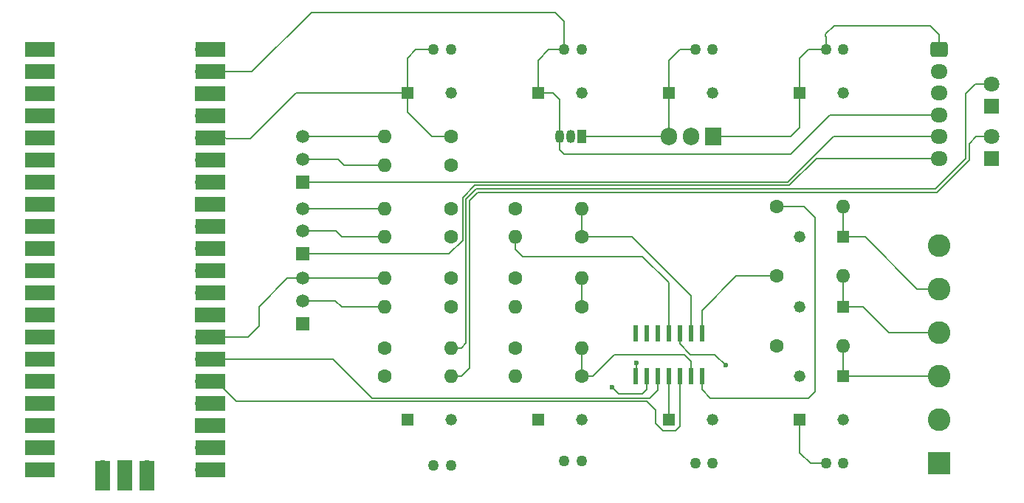
<source format=gtl>
%TF.GenerationSoftware,KiCad,Pcbnew,8.0.2*%
%TF.CreationDate,2024-07-03T09:30:11-06:00*%
%TF.ProjectId,MotorInterfacePiPico,4d6f746f-7249-46e7-9465-726661636550,rev?*%
%TF.SameCoordinates,Original*%
%TF.FileFunction,Copper,L1,Top*%
%TF.FilePolarity,Positive*%
%FSLAX46Y46*%
G04 Gerber Fmt 4.6, Leading zero omitted, Abs format (unit mm)*
G04 Created by KiCad (PCBNEW 8.0.2) date 2024-07-03 09:30:11*
%MOMM*%
%LPD*%
G01*
G04 APERTURE LIST*
G04 Aperture macros list*
%AMRoundRect*
0 Rectangle with rounded corners*
0 $1 Rounding radius*
0 $2 $3 $4 $5 $6 $7 $8 $9 X,Y pos of 4 corners*
0 Add a 4 corners polygon primitive as box body*
4,1,4,$2,$3,$4,$5,$6,$7,$8,$9,$2,$3,0*
0 Add four circle primitives for the rounded corners*
1,1,$1+$1,$2,$3*
1,1,$1+$1,$4,$5*
1,1,$1+$1,$6,$7*
1,1,$1+$1,$8,$9*
0 Add four rect primitives between the rounded corners*
20,1,$1+$1,$2,$3,$4,$5,0*
20,1,$1+$1,$4,$5,$6,$7,0*
20,1,$1+$1,$6,$7,$8,$9,0*
20,1,$1+$1,$8,$9,$2,$3,0*%
G04 Aperture macros list end*
%TA.AperFunction,SMDPad,CuDef*%
%ADD10R,0.558800X1.981200*%
%TD*%
%TA.AperFunction,ComponentPad*%
%ADD11O,1.700000X1.700000*%
%TD*%
%TA.AperFunction,SMDPad,CuDef*%
%ADD12R,3.500000X1.700000*%
%TD*%
%TA.AperFunction,ComponentPad*%
%ADD13R,1.700000X1.700000*%
%TD*%
%TA.AperFunction,SMDPad,CuDef*%
%ADD14R,1.700000X3.500000*%
%TD*%
%TA.AperFunction,ComponentPad*%
%ADD15C,1.270000*%
%TD*%
%TA.AperFunction,ComponentPad*%
%ADD16R,1.320800X1.320800*%
%TD*%
%TA.AperFunction,ComponentPad*%
%ADD17C,1.320800*%
%TD*%
%TA.AperFunction,ComponentPad*%
%ADD18C,1.600000*%
%TD*%
%TA.AperFunction,ComponentPad*%
%ADD19O,1.600000X1.600000*%
%TD*%
%TA.AperFunction,ComponentPad*%
%ADD20R,2.600000X2.600000*%
%TD*%
%TA.AperFunction,ComponentPad*%
%ADD21C,2.600000*%
%TD*%
%TA.AperFunction,ComponentPad*%
%ADD22RoundRect,0.250000X-0.725000X0.600000X-0.725000X-0.600000X0.725000X-0.600000X0.725000X0.600000X0*%
%TD*%
%TA.AperFunction,ComponentPad*%
%ADD23O,1.950000X1.700000*%
%TD*%
%TA.AperFunction,ComponentPad*%
%ADD24R,1.800000X1.800000*%
%TD*%
%TA.AperFunction,ComponentPad*%
%ADD25C,1.800000*%
%TD*%
%TA.AperFunction,ComponentPad*%
%ADD26R,1.050000X1.500000*%
%TD*%
%TA.AperFunction,ComponentPad*%
%ADD27O,1.050000X1.500000*%
%TD*%
%TA.AperFunction,ComponentPad*%
%ADD28R,1.500000X1.500000*%
%TD*%
%TA.AperFunction,ComponentPad*%
%ADD29C,1.500000*%
%TD*%
%TA.AperFunction,ComponentPad*%
%ADD30R,1.905000X2.000000*%
%TD*%
%TA.AperFunction,ComponentPad*%
%ADD31O,1.905000X2.000000*%
%TD*%
%TA.AperFunction,ViaPad*%
%ADD32C,0.600000*%
%TD*%
%TA.AperFunction,Conductor*%
%ADD33C,0.200000*%
%TD*%
G04 APERTURE END LIST*
D10*
%TO.P,U2,1*%
%TO.N,Net-(R14-Pad1)*%
X158440000Y-100488800D03*
%TO.P,U2,2,-*%
%TO.N,Net-(U2A--)*%
X159710000Y-100488800D03*
%TO.P,U2,3,+*%
%TO.N,PWM Position x10*%
X160980000Y-100488800D03*
%TO.P,U2,4,V+*%
%TO.N,+10V*%
X162250000Y-100488800D03*
%TO.P,U2,5,+*%
%TO.N,PWM Speed*%
X163520000Y-100488800D03*
%TO.P,U2,6,-*%
%TO.N,Net-(U2B--)*%
X164790000Y-100488800D03*
%TO.P,U2,7*%
%TO.N,Net-(R15-Pad1)*%
X166060000Y-100488800D03*
%TO.P,U2,8*%
%TO.N,Net-(R16-Pad1)*%
X166060000Y-95561200D03*
%TO.P,U2,9,-*%
%TO.N,Net-(U2C--)*%
X164790000Y-95561200D03*
%TO.P,U2,10,+*%
%TO.N,PWM Position*%
X163520000Y-95561200D03*
%TO.P,U2,11,V-*%
%TO.N,GND*%
X162250000Y-95561200D03*
%TO.P,U2,12,+*%
%TO.N,unconnected-(U2D-+-Pad12)*%
X160980000Y-95561200D03*
%TO.P,U2,13,-*%
%TO.N,unconnected-(U2D---Pad13)*%
X159710000Y-95561200D03*
%TO.P,U2,14*%
%TO.N,unconnected-(U2-Pad14)*%
X158440000Y-95561200D03*
%TD*%
D11*
%TO.P,U1,1,GPIO0*%
%TO.N,unconnected-(U1-GPIO0-Pad1)_0*%
X91000000Y-63000000D03*
D12*
%TO.N,unconnected-(U1-GPIO0-Pad1)*%
X90100000Y-63000000D03*
D11*
%TO.P,U1,2,GPIO1*%
%TO.N,unconnected-(U1-GPIO1-Pad2)_0*%
X91000000Y-65540000D03*
D12*
%TO.N,unconnected-(U1-GPIO1-Pad2)*%
X90100000Y-65540000D03*
D13*
%TO.P,U1,3,GND*%
%TO.N,unconnected-(U1-GND-Pad3)*%
X91000000Y-68080000D03*
D12*
%TO.N,unconnected-(U1-GND-Pad3)_0*%
X90100000Y-68080000D03*
D11*
%TO.P,U1,4,GPIO2*%
%TO.N,Net-(Q1-C)*%
X91000000Y-70620000D03*
D12*
X90100000Y-70620000D03*
D11*
%TO.P,U1,5,GPIO3*%
%TO.N,Net-(Q2-C)*%
X91000000Y-73160000D03*
D12*
X90100000Y-73160000D03*
D11*
%TO.P,U1,6,GPIO4*%
%TO.N,unconnected-(U1-GPIO4-Pad6)_0*%
X91000000Y-75700000D03*
D12*
%TO.N,unconnected-(U1-GPIO4-Pad6)*%
X90100000Y-75700000D03*
D11*
%TO.P,U1,7,GPIO5*%
%TO.N,unconnected-(U1-GPIO5-Pad7)*%
X91000000Y-78240000D03*
D12*
%TO.N,unconnected-(U1-GPIO5-Pad7)_0*%
X90100000Y-78240000D03*
D13*
%TO.P,U1,8,GND*%
%TO.N,GND*%
X91000000Y-80780000D03*
D12*
X90100000Y-80780000D03*
D11*
%TO.P,U1,9,GPIO6*%
%TO.N,unconnected-(U1-GPIO6-Pad9)*%
X91000000Y-83320000D03*
D12*
%TO.N,unconnected-(U1-GPIO6-Pad9)_0*%
X90100000Y-83320000D03*
D11*
%TO.P,U1,10,GPIO7*%
%TO.N,unconnected-(U1-GPIO7-Pad10)_0*%
X91000000Y-85860000D03*
D12*
%TO.N,unconnected-(U1-GPIO7-Pad10)*%
X90100000Y-85860000D03*
D11*
%TO.P,U1,11,GPIO8*%
%TO.N,unconnected-(U1-GPIO8-Pad11)_0*%
X91000000Y-88400000D03*
D12*
%TO.N,unconnected-(U1-GPIO8-Pad11)*%
X90100000Y-88400000D03*
D11*
%TO.P,U1,12,GPIO9*%
%TO.N,GND*%
X91000000Y-90940000D03*
D12*
X90100000Y-90940000D03*
D13*
%TO.P,U1,13,GND*%
%TO.N,unconnected-(U1-GND-Pad13)*%
X91000000Y-93480000D03*
D12*
%TO.N,unconnected-(U1-GND-Pad13)_0*%
X90100000Y-93480000D03*
D11*
%TO.P,U1,14,GPIO10*%
%TO.N,unconnected-(U1-GPIO10-Pad14)*%
X91000000Y-96020000D03*
D12*
%TO.N,unconnected-(U1-GPIO10-Pad14)_0*%
X90100000Y-96020000D03*
D11*
%TO.P,U1,15,GPIO11*%
%TO.N,unconnected-(U1-GPIO11-Pad15)*%
X91000000Y-98560000D03*
D12*
%TO.N,unconnected-(U1-GPIO11-Pad15)_0*%
X90100000Y-98560000D03*
D11*
%TO.P,U1,16,GPIO12*%
%TO.N,unconnected-(U1-GPIO12-Pad16)_0*%
X91000000Y-101100000D03*
D12*
%TO.N,unconnected-(U1-GPIO12-Pad16)*%
X90100000Y-101100000D03*
D11*
%TO.P,U1,17,GPIO13*%
%TO.N,unconnected-(U1-GPIO13-Pad17)_0*%
X91000000Y-103640000D03*
D12*
%TO.N,unconnected-(U1-GPIO13-Pad17)*%
X90100000Y-103640000D03*
D13*
%TO.P,U1,18,GND*%
%TO.N,GND*%
X91000000Y-106180000D03*
D12*
X90100000Y-106180000D03*
D11*
%TO.P,U1,19,GPIO14*%
%TO.N,unconnected-(U1-GPIO14-Pad19)_0*%
X91000000Y-108720000D03*
D12*
%TO.N,unconnected-(U1-GPIO14-Pad19)*%
X90100000Y-108720000D03*
D11*
%TO.P,U1,20,GPIO15*%
%TO.N,unconnected-(U1-GPIO15-Pad20)*%
X91000000Y-111260000D03*
D12*
%TO.N,unconnected-(U1-GPIO15-Pad20)_0*%
X90100000Y-111260000D03*
D11*
%TO.P,U1,21,GPIO16*%
%TO.N,Net-(U1-GPIO16)*%
X108780000Y-111260000D03*
D12*
X109680000Y-111260000D03*
D11*
%TO.P,U1,22,GPIO17*%
%TO.N,Net-(U1-GPIO17)*%
X108780000Y-108720000D03*
D12*
X109680000Y-108720000D03*
D13*
%TO.P,U1,23,GND*%
%TO.N,GND*%
X108780000Y-106180000D03*
D12*
X109680000Y-106180000D03*
D11*
%TO.P,U1,24,GPIO18*%
%TO.N,PWM Position*%
X108780000Y-103640000D03*
D12*
X109680000Y-103640000D03*
D11*
%TO.P,U1,25,GPIO19*%
%TO.N,PWM Speed*%
X108780000Y-101100000D03*
D12*
X109680000Y-101100000D03*
D11*
%TO.P,U1,26,GPIO20*%
%TO.N,PWM Position x10*%
X108780000Y-98560000D03*
D12*
X109680000Y-98560000D03*
D11*
%TO.P,U1,27,GPIO21*%
%TO.N,Limit Switch*%
X108780000Y-96020000D03*
D12*
X109680000Y-96020000D03*
D13*
%TO.P,U1,28,GND*%
%TO.N,unconnected-(U1-GND-Pad28)_0*%
X108780000Y-93480000D03*
D12*
%TO.N,unconnected-(U1-GND-Pad28)*%
X109680000Y-93480000D03*
D11*
%TO.P,U1,29,GPIO22*%
%TO.N,unconnected-(U1-GPIO22-Pad29)_0*%
X108780000Y-90940000D03*
D12*
%TO.N,unconnected-(U1-GPIO22-Pad29)*%
X109680000Y-90940000D03*
D11*
%TO.P,U1,30,RUN*%
%TO.N,unconnected-(U1-RUN-Pad30)*%
X108780000Y-88400000D03*
D12*
%TO.N,unconnected-(U1-RUN-Pad30)_0*%
X109680000Y-88400000D03*
D11*
%TO.P,U1,31,GPIO26_ADC0*%
%TO.N,unconnected-(U1-GPIO26_ADC0-Pad31)_0*%
X108780000Y-85860000D03*
D12*
%TO.N,unconnected-(U1-GPIO26_ADC0-Pad31)*%
X109680000Y-85860000D03*
D11*
%TO.P,U1,32,GPIO27_ADC1*%
%TO.N,unconnected-(U1-GPIO27_ADC1-Pad32)*%
X108780000Y-83320000D03*
D12*
%TO.N,unconnected-(U1-GPIO27_ADC1-Pad32)_0*%
X109680000Y-83320000D03*
D13*
%TO.P,U1,33,AGND*%
%TO.N,unconnected-(U1-AGND-Pad33)_0*%
X108780000Y-80780000D03*
D12*
%TO.N,unconnected-(U1-AGND-Pad33)*%
X109680000Y-80780000D03*
D11*
%TO.P,U1,34,GPIO28_ADC2*%
%TO.N,unconnected-(U1-GPIO28_ADC2-Pad34)*%
X108780000Y-78240000D03*
D12*
%TO.N,unconnected-(U1-GPIO28_ADC2-Pad34)_0*%
X109680000Y-78240000D03*
D11*
%TO.P,U1,35,ADC_VREF*%
%TO.N,unconnected-(U1-ADC_VREF-Pad35)_0*%
X108780000Y-75700000D03*
D12*
%TO.N,unconnected-(U1-ADC_VREF-Pad35)*%
X109680000Y-75700000D03*
D11*
%TO.P,U1,36,3V3*%
%TO.N,+3.3V*%
X108780000Y-73160000D03*
D12*
X109680000Y-73160000D03*
D11*
%TO.P,U1,37,3V3_EN*%
%TO.N,unconnected-(U1-3V3_EN-Pad37)*%
X108780000Y-70620000D03*
D12*
%TO.N,unconnected-(U1-3V3_EN-Pad37)_0*%
X109680000Y-70620000D03*
D13*
%TO.P,U1,38,GND*%
%TO.N,GND*%
X108780000Y-68080000D03*
D12*
X109680000Y-68080000D03*
D11*
%TO.P,U1,39,VSYS*%
%TO.N,+5V*%
X108780000Y-65540000D03*
D12*
X109680000Y-65540000D03*
D11*
%TO.P,U1,40,VBUS*%
%TO.N,unconnected-(U1-VBUS-Pad40)*%
X108780000Y-63000000D03*
D12*
%TO.N,unconnected-(U1-VBUS-Pad40)_0*%
X109680000Y-63000000D03*
D11*
%TO.P,U1,41,SWCLK*%
%TO.N,unconnected-(U1-SWCLK-Pad41)*%
X97350000Y-111030000D03*
D14*
%TO.N,unconnected-(U1-SWCLK-Pad41)_0*%
X97350000Y-111930000D03*
D13*
%TO.P,U1,42,GND*%
%TO.N,unconnected-(U1-GND-Pad42)*%
X99890000Y-111030000D03*
D14*
%TO.N,unconnected-(U1-GND-Pad42)_0*%
X99890000Y-111930000D03*
D11*
%TO.P,U1,43,SWDIO*%
%TO.N,unconnected-(U1-SWDIO-Pad43)*%
X102430000Y-111030000D03*
D14*
%TO.N,unconnected-(U1-SWDIO-Pad43)_0*%
X102430000Y-111930000D03*
%TD*%
D15*
%TO.P,C12,1*%
%TO.N,+5V*%
X150280000Y-63000000D03*
%TO.P,C12,2*%
%TO.N,GND*%
X152280000Y-63000000D03*
%TD*%
D16*
%TO.P,C17,1*%
%TO.N,+3.3V*%
X132280000Y-105500000D03*
D17*
%TO.P,C17,2*%
%TO.N,GND*%
X137280000Y-105500000D03*
%TD*%
D16*
%TO.P,C15,1*%
%TO.N,+5V*%
X147280000Y-105500000D03*
D17*
%TO.P,C15,2*%
%TO.N,GND*%
X152280000Y-105500000D03*
%TD*%
D18*
%TO.P,R4,1*%
%TO.N,+3.3V*%
X137280000Y-81250000D03*
D19*
%TO.P,R4,2*%
%TO.N,Net-(Q2-C)*%
X129660000Y-81250000D03*
%TD*%
D18*
%TO.P,R2,1*%
%TO.N,+3.3V*%
X137280000Y-84500000D03*
D19*
%TO.P,R2,2*%
%TO.N,Net-(Q2-B)*%
X129660000Y-84500000D03*
%TD*%
D16*
%TO.P,C9,1*%
%TO.N,+5V*%
X147280000Y-68000000D03*
D17*
%TO.P,C9,2*%
%TO.N,GND*%
X152280000Y-68000000D03*
%TD*%
D18*
%TO.P,R12,1*%
%TO.N,Net-(U2C--)*%
X152280000Y-84500000D03*
D19*
%TO.P,R12,2*%
%TO.N,GND*%
X144660000Y-84500000D03*
%TD*%
D16*
%TO.P,C8,1*%
%TO.N,+10V*%
X162280000Y-68000000D03*
D17*
%TO.P,C8,2*%
%TO.N,GND*%
X167280000Y-68000000D03*
%TD*%
D18*
%TO.P,R8,1*%
%TO.N,+3.3V*%
X144660000Y-97250000D03*
D19*
%TO.P,R8,2*%
%TO.N,Net-(U2B--)*%
X152280000Y-97250000D03*
%TD*%
D20*
%TO.P,J2,1,Pin_1*%
%TO.N,GND*%
X193280000Y-110500000D03*
D21*
%TO.P,J2,2,Pin_2*%
%TO.N,Net-(J2-Pin_2)*%
X193280000Y-105500000D03*
%TO.P,J2,3,Pin_3*%
%TO.N,Analog Position x10*%
X193280000Y-100500000D03*
%TO.P,J2,4,Pin_4*%
%TO.N,Analog Position*%
X193280000Y-95500000D03*
%TO.P,J2,5,Pin_5*%
%TO.N,Analog Speed*%
X193280000Y-90500000D03*
%TO.P,J2,6,Pin_6*%
%TO.N,+12V*%
X193280000Y-85500000D03*
%TD*%
D22*
%TO.P,J1,1,Pin_1*%
%TO.N,+12V*%
X193280000Y-63000000D03*
D23*
%TO.P,J1,2,Pin_2*%
%TO.N,GND*%
X193280000Y-65500000D03*
%TO.P,J1,3,Pin_3*%
X193280000Y-68000000D03*
%TO.P,J1,4,Pin_4*%
%TO.N,+5V*%
X193280000Y-70500000D03*
%TO.P,J1,5,Pin_5*%
%TO.N,A*%
X193280000Y-73000000D03*
%TO.P,J1,6,Pin_6*%
%TO.N,B*%
X193280000Y-75500000D03*
%TD*%
D15*
%TO.P,C16,1*%
%TO.N,+3.3V*%
X135280000Y-110750000D03*
%TO.P,C16,2*%
%TO.N,GND*%
X137280000Y-110750000D03*
%TD*%
D24*
%TO.P,D1,1,K*%
%TO.N,GND*%
X199280000Y-75540000D03*
D25*
%TO.P,D1,2,A*%
%TO.N,Net-(D1-A)*%
X199280000Y-73000000D03*
%TD*%
D16*
%TO.P,C13,1*%
%TO.N,+12V*%
X177280000Y-105500000D03*
D17*
%TO.P,C13,2*%
%TO.N,GND*%
X182280000Y-105500000D03*
%TD*%
D26*
%TO.P,U4,1,VO*%
%TO.N,+10V*%
X152280000Y-73000000D03*
D27*
%TO.P,U4,2,GND*%
%TO.N,GND*%
X151010000Y-73000000D03*
%TO.P,U4,3,VI*%
%TO.N,+5V*%
X149740000Y-73000000D03*
%TD*%
D18*
%TO.P,R16,1*%
%TO.N,Net-(R16-Pad1)*%
X174660000Y-89000000D03*
D19*
%TO.P,R16,2*%
%TO.N,Analog Position*%
X182280000Y-89000000D03*
%TD*%
D18*
%TO.P,R17,1*%
%TO.N,+3.3V*%
X137280000Y-89250000D03*
D19*
%TO.P,R17,2*%
%TO.N,Limit Switch*%
X129660000Y-89250000D03*
%TD*%
D16*
%TO.P,C19,1*%
%TO.N,+3.3V*%
X132280000Y-68000000D03*
D17*
%TO.P,C19,2*%
%TO.N,GND*%
X137280000Y-68000000D03*
%TD*%
D16*
%TO.P,C14,1*%
%TO.N,+10V*%
X162280000Y-105500000D03*
D17*
%TO.P,C14,2*%
%TO.N,GND*%
X167280000Y-105500000D03*
%TD*%
D18*
%TO.P,R13,1*%
%TO.N,+3.3V*%
X137280000Y-92500000D03*
D19*
%TO.P,R13,2*%
%TO.N,Net-(Q3-B)*%
X129660000Y-92500000D03*
%TD*%
D15*
%TO.P,C10,1*%
%TO.N,+12V*%
X180280000Y-110500000D03*
%TO.P,C10,2*%
%TO.N,GND*%
X182280000Y-110500000D03*
%TD*%
D24*
%TO.P,D2,1,K*%
%TO.N,GND*%
X199280000Y-69540000D03*
D25*
%TO.P,D2,2,A*%
%TO.N,Net-(D2-A)*%
X199280000Y-67000000D03*
%TD*%
D18*
%TO.P,R5,1*%
%TO.N,Net-(U1-GPIO16)*%
X129660000Y-100500000D03*
D19*
%TO.P,R5,2*%
%TO.N,Net-(D1-A)*%
X137280000Y-100500000D03*
%TD*%
D15*
%TO.P,C6,1*%
%TO.N,+5V*%
X150280000Y-110250000D03*
%TO.P,C6,2*%
%TO.N,GND*%
X152280000Y-110250000D03*
%TD*%
D16*
%TO.P,C2,1*%
%TO.N,Analog Speed*%
X182280000Y-84500000D03*
D17*
%TO.P,C2,2*%
%TO.N,GND*%
X177280000Y-84500000D03*
%TD*%
D18*
%TO.P,R9,1*%
%TO.N,+3.3V*%
X144660000Y-81250000D03*
D19*
%TO.P,R9,2*%
%TO.N,Net-(U2C--)*%
X152280000Y-81250000D03*
%TD*%
D18*
%TO.P,R10,1*%
%TO.N,Net-(U2A--)*%
X152280000Y-92500000D03*
D19*
%TO.P,R10,2*%
%TO.N,GND*%
X144660000Y-92500000D03*
%TD*%
D16*
%TO.P,C7,1*%
%TO.N,+12V*%
X177280000Y-68000000D03*
D17*
%TO.P,C7,2*%
%TO.N,GND*%
X182280000Y-68000000D03*
%TD*%
D15*
%TO.P,C18,1*%
%TO.N,+3.3V*%
X135280000Y-63000000D03*
%TO.P,C18,2*%
%TO.N,GND*%
X137280000Y-63000000D03*
%TD*%
D28*
%TO.P,Q3,1,E*%
%TO.N,Net-(J2-Pin_2)*%
X120280000Y-94450000D03*
D29*
%TO.P,Q3,2,B*%
%TO.N,Net-(Q3-B)*%
X120280000Y-91850000D03*
%TO.P,Q3,3,C*%
%TO.N,Limit Switch*%
X120280000Y-89250000D03*
%TD*%
D18*
%TO.P,R1,1*%
%TO.N,+3.3V*%
X137280000Y-76250000D03*
D19*
%TO.P,R1,2*%
%TO.N,Net-(Q1-B)*%
X129660000Y-76250000D03*
%TD*%
D15*
%TO.P,C4,1*%
%TO.N,+12V*%
X180280000Y-63000000D03*
%TO.P,C4,2*%
%TO.N,GND*%
X182280000Y-63000000D03*
%TD*%
D16*
%TO.P,C1,1*%
%TO.N,Analog Position x10*%
X182280000Y-100500000D03*
D17*
%TO.P,C1,2*%
%TO.N,GND*%
X177280000Y-100500000D03*
%TD*%
D16*
%TO.P,C3,1*%
%TO.N,Analog Position*%
X182280000Y-92500000D03*
D17*
%TO.P,C3,2*%
%TO.N,GND*%
X177280000Y-92500000D03*
%TD*%
D15*
%TO.P,C5,1*%
%TO.N,+10V*%
X165280000Y-63000000D03*
%TO.P,C5,2*%
%TO.N,GND*%
X167280000Y-63000000D03*
%TD*%
D18*
%TO.P,R14,1*%
%TO.N,Net-(R14-Pad1)*%
X174660000Y-97000000D03*
D19*
%TO.P,R14,2*%
%TO.N,Analog Position x10*%
X182280000Y-97000000D03*
%TD*%
D18*
%TO.P,R15,1*%
%TO.N,Net-(R15-Pad1)*%
X174660000Y-81000000D03*
D19*
%TO.P,R15,2*%
%TO.N,Analog Speed*%
X182280000Y-81000000D03*
%TD*%
D28*
%TO.P,Q2,1,E*%
%TO.N,B*%
X120280000Y-86450000D03*
D29*
%TO.P,Q2,2,B*%
%TO.N,Net-(Q2-B)*%
X120280000Y-83850000D03*
%TO.P,Q2,3,C*%
%TO.N,Net-(Q2-C)*%
X120280000Y-81250000D03*
%TD*%
D18*
%TO.P,R7,1*%
%TO.N,+3.3V*%
X144660000Y-89250000D03*
D19*
%TO.P,R7,2*%
%TO.N,Net-(U2A--)*%
X152280000Y-89250000D03*
%TD*%
D15*
%TO.P,C11,1*%
%TO.N,+10V*%
X165280000Y-110500000D03*
%TO.P,C11,2*%
%TO.N,GND*%
X167280000Y-110500000D03*
%TD*%
D30*
%TO.P,U3,1,VI*%
%TO.N,+12V*%
X167360000Y-73000000D03*
D31*
%TO.P,U3,2,GND*%
%TO.N,GND*%
X164820000Y-73000000D03*
%TO.P,U3,3,VO*%
%TO.N,+10V*%
X162280000Y-73000000D03*
%TD*%
D18*
%TO.P,R11,1*%
%TO.N,Net-(U2B--)*%
X152280000Y-100500000D03*
D19*
%TO.P,R11,2*%
%TO.N,GND*%
X144660000Y-100500000D03*
%TD*%
D28*
%TO.P,Q1,1,E*%
%TO.N,A*%
X120280000Y-78200000D03*
D29*
%TO.P,Q1,2,B*%
%TO.N,Net-(Q1-B)*%
X120280000Y-75600000D03*
%TO.P,Q1,3,C*%
%TO.N,Net-(Q1-C)*%
X120280000Y-73000000D03*
%TD*%
D18*
%TO.P,R6,1*%
%TO.N,Net-(U1-GPIO17)*%
X129660000Y-97250000D03*
D19*
%TO.P,R6,2*%
%TO.N,Net-(D2-A)*%
X137280000Y-97250000D03*
%TD*%
D18*
%TO.P,R3,1*%
%TO.N,+3.3V*%
X137280000Y-73000000D03*
D19*
%TO.P,R3,2*%
%TO.N,Net-(Q1-C)*%
X129660000Y-73000000D03*
%TD*%
D32*
%TO.N,PWM Position*%
X168750000Y-99250000D03*
%TO.N,Net-(U2A--)*%
X155750000Y-101750000D03*
%TO.N,Net-(R14-Pad1)*%
X158500000Y-99000000D03*
%TD*%
D33*
%TO.N,Analog Position x10*%
X182280000Y-97000000D02*
X182280000Y-100500000D01*
X182280000Y-100500000D02*
X193280000Y-100500000D01*
%TO.N,Analog Position*%
X182280000Y-92500000D02*
X184500000Y-92500000D01*
X184500000Y-92500000D02*
X187500000Y-95500000D01*
X182280000Y-89000000D02*
X182280000Y-92500000D01*
X187500000Y-95500000D02*
X193280000Y-95500000D01*
%TO.N,GND*%
X162250000Y-89750000D02*
X162250000Y-95550000D01*
X144660000Y-84500000D02*
X144660000Y-85910000D01*
X145500000Y-86750000D02*
X159250000Y-86750000D01*
X159250000Y-86750000D02*
X162250000Y-89750000D01*
X144660000Y-85910000D02*
X145500000Y-86750000D01*
%TO.N,Analog Speed*%
X184750000Y-84500000D02*
X190750000Y-90500000D01*
X182280000Y-84500000D02*
X184750000Y-84500000D01*
X190750000Y-90500000D02*
X193280000Y-90500000D01*
X182280000Y-81000000D02*
X182280000Y-84500000D01*
%TO.N,+12V*%
X181250000Y-60250000D02*
X180250000Y-61250000D01*
X178500000Y-110500000D02*
X180280000Y-110500000D01*
X177280000Y-105500000D02*
X177280000Y-109280000D01*
X178250000Y-63000000D02*
X180280000Y-63000000D01*
X177280000Y-109280000D02*
X178500000Y-110500000D01*
X177280000Y-63970000D02*
X178250000Y-63000000D01*
X167360000Y-73000000D02*
X176250000Y-73000000D01*
X177280000Y-71970000D02*
X177280000Y-68000000D01*
X177280000Y-68000000D02*
X177280000Y-63970000D01*
X180250000Y-61500000D02*
X180280000Y-61530000D01*
X193280000Y-61280000D02*
X192250000Y-60250000D01*
X193280000Y-63000000D02*
X193280000Y-61280000D01*
X176250000Y-73000000D02*
X177280000Y-71970000D01*
X180250000Y-61250000D02*
X180250000Y-61500000D01*
X192250000Y-60250000D02*
X181250000Y-60250000D01*
X180280000Y-61530000D02*
X180280000Y-63000000D01*
%TO.N,+5V*%
X176250000Y-75000000D02*
X180750000Y-70500000D01*
X180750000Y-70500000D02*
X193280000Y-70500000D01*
X148500000Y-63000000D02*
X150280000Y-63000000D01*
X114460000Y-65540000D02*
X108780000Y-65540000D01*
X149740000Y-73000000D02*
X149740000Y-68740000D01*
X147280000Y-64220000D02*
X148500000Y-63000000D01*
X149740000Y-73500000D02*
X149750000Y-73510000D01*
X147280000Y-68000000D02*
X147280000Y-64220000D01*
X150280000Y-59780000D02*
X149250000Y-58750000D01*
X149740000Y-73000000D02*
X149740000Y-73500000D01*
X149750000Y-74500000D02*
X150250000Y-75000000D01*
X149250000Y-58750000D02*
X121250000Y-58750000D01*
X150250000Y-75000000D02*
X176250000Y-75000000D01*
X121250000Y-58750000D02*
X114460000Y-65540000D01*
X149750000Y-73510000D02*
X149750000Y-74500000D01*
X149000000Y-68000000D02*
X147280000Y-68000000D01*
X150280000Y-63000000D02*
X150280000Y-59780000D01*
X149740000Y-68740000D02*
X149000000Y-68000000D01*
%TO.N,+10V*%
X162280000Y-68000000D02*
X162280000Y-64220000D01*
X162250000Y-105470000D02*
X162280000Y-105500000D01*
X163500000Y-63000000D02*
X165280000Y-63000000D01*
X162280000Y-64220000D02*
X163500000Y-63000000D01*
X162280000Y-73000000D02*
X152280000Y-73000000D01*
X162280000Y-68000000D02*
X162280000Y-73000000D01*
X162250000Y-100500000D02*
X162250000Y-105470000D01*
%TO.N,Net-(R15-Pad1)*%
X166060000Y-100500000D02*
X166060000Y-102060000D01*
X167000000Y-103000000D02*
X178250000Y-103000000D01*
X179000000Y-82250000D02*
X177750000Y-81000000D01*
X177750000Y-81000000D02*
X174660000Y-81000000D01*
X166060000Y-102060000D02*
X167000000Y-103000000D01*
X179000000Y-102250000D02*
X179000000Y-82250000D01*
X178250000Y-103000000D02*
X179000000Y-102250000D01*
%TO.N,Net-(R16-Pad1)*%
X166060000Y-92940000D02*
X170000000Y-89000000D01*
X166060000Y-95550000D02*
X166060000Y-92940000D01*
X170000000Y-89000000D02*
X174660000Y-89000000D01*
%TO.N,PWM Position x10*%
X160980000Y-100500000D02*
X160980000Y-102120000D01*
X160100000Y-103000000D02*
X128200000Y-103000000D01*
X123760000Y-98560000D02*
X108780000Y-98560000D01*
X128200000Y-103000000D02*
X123760000Y-98560000D01*
X160980000Y-102120000D02*
X160100000Y-103000000D01*
%TO.N,PWM Position*%
X168750000Y-99250000D02*
X167500000Y-98000000D01*
X164750000Y-98000000D02*
X163520000Y-96770000D01*
X167500000Y-98000000D02*
X164750000Y-98000000D01*
X163520000Y-96770000D02*
X163520000Y-95550000D01*
%TO.N,PWM Speed*%
X161609200Y-106750000D02*
X163000000Y-106750000D01*
X160750000Y-104400000D02*
X160750000Y-105890800D01*
X112640000Y-103400000D02*
X159750000Y-103400000D01*
X159750000Y-103400000D02*
X160750000Y-104400000D01*
X163520000Y-106230000D02*
X163520000Y-106000000D01*
X108780000Y-101100000D02*
X110340000Y-101100000D01*
X160750000Y-105890800D02*
X161609200Y-106750000D01*
X163520000Y-106000000D02*
X163520000Y-100500000D01*
X110340000Y-101100000D02*
X112640000Y-103400000D01*
X163000000Y-106750000D02*
X163520000Y-106230000D01*
%TO.N,Net-(U2A--)*%
X159750000Y-102000000D02*
X159750000Y-100500000D01*
X159250000Y-102500000D02*
X159750000Y-102000000D01*
X152280000Y-89250000D02*
X152280000Y-92500000D01*
X156500000Y-102500000D02*
X159250000Y-102500000D01*
X155750000Y-101750000D02*
X156500000Y-102500000D01*
%TO.N,Net-(R14-Pad1)*%
X158500000Y-98750000D02*
X158500000Y-99750000D01*
%TO.N,Net-(U2B--)*%
X164790000Y-98790000D02*
X164790000Y-100500000D01*
X152280000Y-100500000D02*
X152280000Y-97250000D01*
X153500000Y-100500000D02*
X156000000Y-98000000D01*
X152280000Y-100500000D02*
X153500000Y-100500000D01*
X164000000Y-98000000D02*
X164790000Y-98790000D01*
X156000000Y-98000000D02*
X164000000Y-98000000D01*
%TO.N,Net-(U2C--)*%
X152280000Y-84500000D02*
X158000000Y-84500000D01*
X152280000Y-81250000D02*
X152280000Y-84500000D01*
X164790000Y-91290000D02*
X164790000Y-95550000D01*
X158000000Y-84500000D02*
X164790000Y-91290000D01*
%TO.N,Net-(D2-A)*%
X196300000Y-75500000D02*
X196300000Y-68100000D01*
X140165686Y-79000000D02*
X192800000Y-79000000D01*
X138450000Y-97250000D02*
X139000000Y-96700000D01*
X139000000Y-96700000D02*
X139000000Y-80165686D01*
X199280000Y-67000000D02*
X197400000Y-67000000D01*
X137280000Y-97250000D02*
X138450000Y-97250000D01*
X139000000Y-80165686D02*
X140165686Y-79000000D01*
X197400000Y-67000000D02*
X196300000Y-68100000D01*
X192800000Y-79000000D02*
X196300000Y-75500000D01*
%TO.N,Net-(D1-A)*%
X196700000Y-73800000D02*
X196700000Y-75665686D01*
X139400000Y-80331372D02*
X139400000Y-99600000D01*
X138500000Y-100500000D02*
X137280000Y-100500000D01*
X140331372Y-79400000D02*
X139400000Y-80331372D01*
X196700000Y-75665686D02*
X192965686Y-79400000D01*
X139400000Y-99600000D02*
X138500000Y-100500000D01*
X199280000Y-73000000D02*
X197500000Y-73000000D01*
X197500000Y-73000000D02*
X196700000Y-73800000D01*
X192965686Y-79400000D02*
X140331372Y-79400000D01*
%TO.N,B*%
X176065686Y-78600000D02*
X179165686Y-75500000D01*
X140000000Y-78600000D02*
X176065686Y-78600000D01*
X138600000Y-84900000D02*
X138600000Y-80000000D01*
X138600000Y-80000000D02*
X140000000Y-78600000D01*
X179165686Y-75500000D02*
X193280000Y-75500000D01*
X137050000Y-86450000D02*
X138600000Y-84900000D01*
X120280000Y-86450000D02*
X137050000Y-86450000D01*
%TO.N,A*%
X193280000Y-73000000D02*
X181100000Y-73000000D01*
X181100000Y-73000000D02*
X175900000Y-78200000D01*
X175900000Y-78200000D02*
X120280000Y-78200000D01*
%TO.N,Net-(Q3-B)*%
X124750000Y-92500000D02*
X124000000Y-91850000D01*
X129660000Y-92500000D02*
X124750000Y-92500000D01*
X124000000Y-91850000D02*
X120280000Y-91850000D01*
%TO.N,+3.3V*%
X132280000Y-63970000D02*
X133250000Y-63000000D01*
X133250000Y-63000000D02*
X135280000Y-63000000D01*
X132280000Y-70220000D02*
X132280000Y-68000000D01*
X132280000Y-68000000D02*
X119500000Y-68000000D01*
X135060000Y-73000000D02*
X132280000Y-70220000D01*
X119500000Y-68000000D02*
X114250000Y-73250000D01*
X114250000Y-73250000D02*
X108780000Y-73160000D01*
X132280000Y-68000000D02*
X132280000Y-63970000D01*
X137280000Y-73000000D02*
X135060000Y-73000000D01*
%TO.N,Net-(Q1-B)*%
X129660000Y-76250000D02*
X125000000Y-76250000D01*
X124350000Y-75600000D02*
X120280000Y-75600000D01*
X125000000Y-76250000D02*
X124350000Y-75600000D01*
%TO.N,Limit Switch*%
X129660000Y-89250000D02*
X120280000Y-89250000D01*
X113980000Y-96020000D02*
X108780000Y-96020000D01*
X115250000Y-92500000D02*
X115250000Y-94750000D01*
X118500000Y-89250000D02*
X115250000Y-92500000D01*
X120280000Y-89250000D02*
X118500000Y-89250000D01*
X115250000Y-94750000D02*
X113980000Y-96020000D01*
%TO.N,Net-(Q2-B)*%
X124750000Y-84500000D02*
X124100000Y-83850000D01*
X129660000Y-84500000D02*
X124750000Y-84500000D01*
X124100000Y-83850000D02*
X120280000Y-83850000D01*
%TO.N,Net-(Q1-C)*%
X120280000Y-73000000D02*
X129660000Y-73000000D01*
%TO.N,Net-(Q2-C)*%
X129660000Y-81250000D02*
X120280000Y-81250000D01*
%TD*%
M02*

</source>
